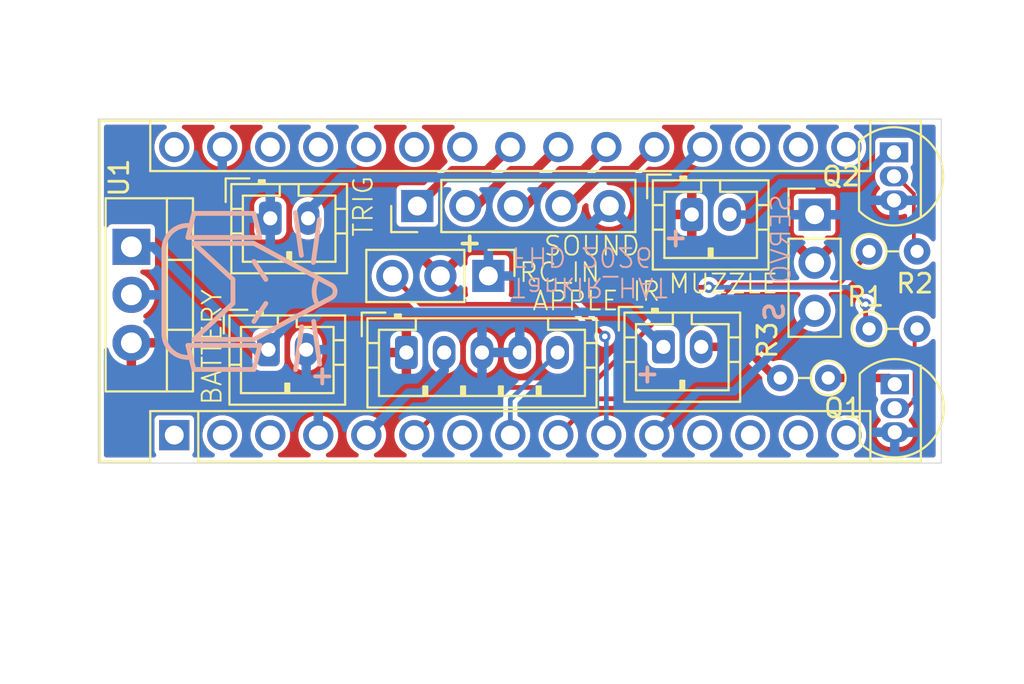
<source format=kicad_pcb>
(kicad_pcb (version 20241229) (generator "pcbnew") (generator_version "9.0")
  (layers (0 "F.Cu" signal) (2 "B.Cu" signal) (13 "F.Paste" user) (15 "B.Paste" user) (5 "F.SilkS" user "F.Silkscreen") (7 "B.SilkS" user "B.Silkscreen") (1 "F.Mask" user) (3 "B.Mask" user) (25 "Edge.Cuts" user))
  (net 0 "")
  (net 18 "Net-(J7-Pin_2)")
  (net 19 "+BATT")
  (net 20 "5V")
  (net 21 "Net-(J8-Pin_2)")
  (net 22 "GND")
  (net 23 "Net-(Q1-B)")
  (net 24 "Net-(Q1-C)")
  (net 25 "Net-(Q2-B)")
  (net 26 "/IR OUT")
  (net 27 "/MUZZLE")
  (net 28 "/Trigger")
  (net 29 "/Recoil_OUT")
  (net 30 "/RC_IN")
  (net 31 "/HIT")
  (net 32 "/IR_IN")
  (net 33 "/SOUND_REP")
  (net 34 "/SOUND_DES")
  (net 35 "/SOUND_FIRE")
  (net 36 "/SOUND_HIT")
  (footprint "Connector_JST:JST_PH_B2B-PH-K_1x02_P2.00mm_Vertical" (layer "F.Cu") (at 86.6 62.05)
    (property "Reference" "J2" (hide yes))
    (property "Value" "TRIGGER")
    (fp_line (start -2.36 -2.11) (end -2.36 -0.86) (stroke (width 0.12)) (layer "F.SilkS"))
    (fp_line (start -2.06 -1.81) (end -2.06 2.91) (stroke (width 0.12)) (layer "F.SilkS"))
    (fp_line (start -2.06 -0.5) (end -1.45 -0.5) (stroke (width 0.12)) (layer "F.SilkS"))
    (fp_line (start -2.06 0.8) (end -1.45 0.8) (stroke (width 0.12)) (layer "F.SilkS"))
    (fp_line (start -2.06 2.91) (end 4.06 2.91) (stroke (width 0.12)) (layer "F.SilkS"))
    (fp_line (start -1.45 -1.2) (end -1.45 2.3) (stroke (width 0.12)) (layer "F.SilkS"))
    (fp_line (start -1.45 2.3) (end 3.45 2.3) (stroke (width 0.12)) (layer "F.SilkS"))
    (fp_line (start -1.11 -2.11) (end -2.36 -2.11) (stroke (width 0.12)) (layer "F.SilkS"))
    (fp_line (start -0.6 -2.01) (end -0.6 -1.81) (stroke (width 0.12)) (layer "F.SilkS"))
    (fp_line (start -0.3 -2.01) (end -0.6 -2.01) (stroke (width 0.12)) (layer "F.SilkS"))
    (fp_line (start -0.3 -1.91) (end -0.6 -1.91) (stroke (width 0.12)) (layer "F.SilkS"))
    (fp_line (start -0.3 -1.81) (end -0.3 -2.01) (stroke (width 0.12)) (layer "F.SilkS"))
    (fp_line (start 0.5 -1.81) (end 0.5 -1.2) (stroke (width 0.12)) (layer "F.SilkS"))
    (fp_line (start 0.5 -1.2) (end -1.45 -1.2) (stroke (width 0.12)) (layer "F.SilkS"))
    (fp_line (start 0.9 1.8) (end 1.1 1.8) (stroke (width 0.12)) (layer "F.SilkS"))
    (fp_line (start 0.9 2.3) (end 0.9 1.8) (stroke (width 0.12)) (layer "F.SilkS"))
    (fp_line (start 1 2.3) (end 1 1.8) (stroke (width 0.12)) (layer "F.SilkS"))
    (fp_line (start 1.1 1.8) (end 1.1 2.3) (stroke (width 0.12)) (layer "F.SilkS"))
    (fp_line (start 1.5 -1.2) (end 1.5 -1.81) (stroke (width 0.12)) (layer "F.SilkS"))
    (fp_line (start 3.45 -1.2) (end 1.5 -1.2) (stroke (width 0.12)) (layer "F.SilkS"))
    (fp_line (start 3.45 2.3) (end 3.45 -1.2) (stroke (width 0.12)) (layer "F.SilkS"))
    (fp_line (start 4.06 -1.81) (end -2.06 -1.81) (stroke (width 0.12)) (layer "F.SilkS"))
    (fp_line (start 4.06 -0.5) (end 3.45 -0.5) (stroke (width 0.12)) (layer "F.SilkS"))
    (fp_line (start 4.06 0.8) (end 3.45 0.8) (stroke (width 0.12)) (layer "F.SilkS"))
    (fp_line (start 4.06 2.91) (end 4.06 -1.81) (stroke (width 0.12)) (layer "F.SilkS"))
    (pad "1" thru_hole roundrect (at 0 0) (size 1.2 1.75) (drill 0.75) (layers "*.Cu" "*.Mask") (roundrect_rratio 0.208333) (net 22 "GND"))
    (pad "2" thru_hole oval (at 2 0) (size 1.2 1.75) (drill 0.75) (layers "*.Cu" "*.Mask") (net 28 "/Trigger"))
  )
  (footprint "Module:Arduino_Nano" (layer "F.Cu") (at 81.52 73.52 90)
    (property "Reference" "A1" (hide yes))
    (property "Value" "Arduino_Nano_v3.x")
    (fp_line (start 16.64 -3.94) (end -1.4 -3.94) (stroke (width 0.12)) (layer "F.SilkS"))
    (fp_line (start -1.4 -3.94) (end -1.4 -1.27) (stroke (width 0.12)) (layer "F.SilkS"))
    (fp_line (start 13.97 -1.27) (end 16.64 -1.27) (stroke (width 0.12)) (layer "F.SilkS"))
    (fp_line (start 13.97 -1.27) (end 13.97 36.83) (stroke (width 0.12)) (layer "F.SilkS"))
    (fp_line (start 1.27 -1.27) (end -1.4 -1.27) (stroke (width 0.12)) (layer "F.SilkS"))
    (fp_line (start 1.27 1.27) (end 1.27 -1.27) (stroke (width 0.12)) (layer "F.SilkS"))
    (fp_line (start 1.27 1.27) (end -1.4 1.27) (stroke (width 0.12)) (layer "F.SilkS"))
    (fp_line (start 1.27 1.27) (end 1.27 36.83) (stroke (width 0.12)) (layer "F.SilkS"))
    (fp_line (start -1.4 1.27) (end -1.4 39.5) (stroke (width 0.12)) (layer "F.SilkS"))
    (fp_line (start 13.97 36.83) (end 16.64 36.83) (stroke (width 0.12)) (layer "F.SilkS"))
    (fp_line (start 1.27 36.83) (end -1.4 36.83) (stroke (width 0.12)) (layer "F.SilkS"))
    (fp_line (start 16.64 39.5) (end 16.64 -3.94) (stroke (width 0.12)) (layer "F.SilkS"))
    (fp_line (start 16.64 39.5) (end 11.56 39.5) (stroke (width 0.12)) (layer "F.SilkS"))
    (fp_line (start -1.4 39.5) (end 3.68 39.5) (stroke (width 0.12)) (layer "F.SilkS"))
    (pad "1" thru_hole rect (at 0 0 90) (size 1.6 1.6) (drill 1) (layers "*.Cu" "*.Mask"))
    (pad "2" thru_hole oval (at 0 2.54 90) (size 1.6 1.6) (drill 1) (layers "*.Cu" "*.Mask"))
    (pad "3" thru_hole oval (at 0 5.08 90) (size 1.6 1.6) (drill 1) (layers "*.Cu" "*.Mask"))
    (pad "4" thru_hole oval (at 0 7.62 90) (size 1.6 1.6) (drill 1) (layers "*.Cu" "*.Mask") (net 22 "GND"))
    (pad "5" thru_hole oval (at 0 10.16 90) (size 1.6 1.6) (drill 1) (layers "*.Cu" "*.Mask") (net 32 "/IR_IN"))
    (pad "6" thru_hole oval (at 0 12.7 90) (size 1.6 1.6) (drill 1) (layers "*.Cu" "*.Mask") (net 26 "/IR OUT"))
    (pad "7" thru_hole oval (at 0 15.24 90) (size 1.6 1.6) (drill 1) (layers "*.Cu" "*.Mask"))
    (pad "8" thru_hole oval (at 0 17.78 90) (size 1.6 1.6) (drill 1) (layers "*.Cu" "*.Mask") (net 31 "/HIT"))
    (pad "9" thru_hole oval (at 0 20.32 90) (size 1.6 1.6) (drill 1) (layers "*.Cu" "*.Mask") (net 27 "/MUZZLE"))
    (pad "10" thru_hole oval (at 0 22.86 90) (size 1.6 1.6) (drill 1) (layers "*.Cu" "*.Mask") (net 30 "/RC_IN"))
    (pad "11" thru_hole oval (at 0 25.4 90) (size 1.6 1.6) (drill 1) (layers "*.Cu" "*.Mask") (net 29 "/Recoil_OUT"))
    (pad "12" thru_hole oval (at 0 27.94 90) (size 1.6 1.6) (drill 1) (layers "*.Cu" "*.Mask"))
    (pad "13" thru_hole oval (at 0 30.48 90) (size 1.6 1.6) (drill 1) (layers "*.Cu" "*.Mask"))
    (pad "14" thru_hole oval (at 0 33.02 90) (size 1.6 1.6) (drill 1) (layers "*.Cu" "*.Mask"))
    (pad "15" thru_hole oval (at 0 35.56 90) (size 1.6 1.6) (drill 1) (layers "*.Cu" "*.Mask"))
    (pad "16" thru_hole oval (at 15.24 35.56 90) (size 1.6 1.6) (drill 1) (layers "*.Cu" "*.Mask"))
    (pad "17" thru_hole oval (at 15.24 33.02 90) (size 1.6 1.6) (drill 1) (layers "*.Cu" "*.Mask"))
    (pad "18" thru_hole oval (at 15.24 30.48 90) (size 1.6 1.6) (drill 1) (layers "*.Cu" "*.Mask"))
    (pad "19" thru_hole oval (at 15.24 27.94 90) (size 1.6 1.6) (drill 1) (layers "*.Cu" "*.Mask") (net 28 "/Trigger"))
    (pad "20" thru_hole oval (at 15.24 25.4 90) (size 1.6 1.6) (drill 1) (layers "*.Cu" "*.Mask") (net 35 "/SOUND_FIRE"))
    (pad "21" thru_hole oval (at 15.24 22.86 90) (size 1.6 1.6) (drill 1) (layers "*.Cu" "*.Mask") (net 36 "/SOUND_HIT"))
    (pad "22" thru_hole oval (at 15.24 20.32 90) (size 1.6 1.6) (drill 1) (layers "*.Cu" "*.Mask") (net 34 "/SOUND_DES"))
    (pad "23" thru_hole oval (at 15.24 17.78 90) (size 1.6 1.6) (drill 1) (layers "*.Cu" "*.Mask") (net 33 "/SOUND_REP"))
    (pad "24" thru_hole oval (at 15.24 15.24 90) (size 1.6 1.6) (drill 1) (layers "*.Cu" "*.Mask"))
    (pad "25" thru_hole oval (at 15.24 12.7 90) (size 1.6 1.6) (drill 1) (layers "*.Cu" "*.Mask"))
    (pad "26" thru_hole oval (at 15.24 10.16 90) (size 1.6 1.6) (drill 1) (layers "*.Cu" "*.Mask"))
    (pad "27" thru_hole oval (at 15.24 7.62 90) (size 1.6 1.6) (drill 1) (layers "*.Cu" "*.Mask"))
    (pad "28" thru_hole oval (at 15.24 5.08 90) (size 1.6 1.6) (drill 1) (layers "*.Cu" "*.Mask"))
    (pad "29" thru_hole oval (at 15.24 2.54 90) (size 1.6 1.6) (drill 1) (layers "*.Cu" "*.Mask") (net 22 "GND"))
    (pad "30" thru_hole oval (at 15.24 0 90) (size 1.6 1.6) (drill 1) (layers "*.Cu" "*.Mask"))
  )
  (footprint "Resistor_THT:R_Axial_DIN0204_L3.6mm_D1.6mm_P2.54mm_Vertical" (layer "F.Cu") (at 118.28 67.9)
    (property "Reference" "R1" (at -0.18 -1.7 0) (layer "F.SilkS"))
    (property "Value" "R")
    (fp_line (start 0.92 0) (end 1.54 0) (stroke (width 0.12)) (layer "F.SilkS"))
    (fp_circle (center 0 0) (end 0.92 0) (stroke (width 0.12)) (fill no) (layer "F.SilkS"))
    (pad "1" thru_hole circle (at 0 0) (size 1.4 1.4) (drill 0.7) (layers "*.Cu" "*.Mask") (net 26 "/IR OUT"))
    (pad "2" thru_hole circle (at 2.54 0) (size 1.4 1.4) (drill 0.7) (layers "*.Cu" "*.Mask") (net 23 "Net-(Q1-B)"))
  )
  (footprint "Package_TO_SOT_THT:TO-92_Inline" (layer "F.Cu") (at 119.6 58.56 -90)
    (property "Reference" "Q2" (at 1.27 2.8 180) (layer "F.SilkS"))
    (property "Value" "BC337")
    (fp_line (start -0.53 1.85) (end 3.07 1.85) (stroke (width 0.12)) (layer "F.SilkS"))
    (fp_arc (start -0.568478 1.838478) (mid -1.132087 -0.994977) (end 1.27 -2.6) (stroke (width 0.12)) (layer "F.SilkS"))
    (fp_arc (start 1.27 -2.6) (mid 3.672087 -0.994977) (end 3.108478 1.838478) (stroke (width 0.12)) (layer "F.SilkS"))
    (pad "1" thru_hole rect (at 0 0 270) (size 1.05 1.5) (drill 0.75) (layers "*.Cu" "*.Mask") (net 21 "Net-(J8-Pin_2)"))
    (pad "2" thru_hole oval (at 1.27 0 270) (size 1.05 1.5) (drill 0.75) (layers "*.Cu" "*.Mask") (net 25 "Net-(Q2-B)"))
    (pad "3" thru_hole oval (at 2.54 0 270) (size 1.05 1.5) (drill 0.75) (layers "*.Cu" "*.Mask") (net 22 "GND"))
  )
  (footprint "Resistor_THT:R_Axial_DIN0204_L3.6mm_D1.6mm_P2.54mm_Vertical" (layer "F.Cu") (at 118.28 63.8)
    (property "Reference" "R2" (at 2.42 1.7 0) (layer "F.SilkS"))
    (property "Value" "R")
    (fp_line (start 0.92 0) (end 1.54 0) (stroke (width 0.12)) (layer "F.SilkS"))
    (fp_circle (center 0 0) (end 0.92 0) (stroke (width 0.12)) (fill no) (layer "F.SilkS"))
    (pad "1" thru_hole circle (at 0 0) (size 1.4 1.4) (drill 0.7) (layers "*.Cu" "*.Mask") (net 27 "/MUZZLE"))
    (pad "2" thru_hole circle (at 2.54 0) (size 1.4 1.4) (drill 0.7) (layers "*.Cu" "*.Mask") (net 25 "Net-(Q2-B)"))
  )
  (footprint "Connector_PinHeader_2.54mm:PinHeader_1x05_P2.54mm_Vertical" (layer "F.Cu") (at 94.38 61.4 90)
    (property "Reference" "J6" (hide yes))
    (property "Value" "SOUND")
    (fp_line (start -1.38 -1.38) (end 0 -1.38) (stroke (width 0.12)) (layer "F.SilkS"))
    (fp_line (start -1.38 0) (end -1.38 -1.38) (stroke (width 0.12)) (layer "F.SilkS"))
    (fp_line (start 1.38 1.27) (end 1.38 11.54) (stroke (width 0.12)) (layer "F.SilkS"))
    (fp_line (start -1.38 1.27) (end 1.38 1.27) (stroke (width 0.12)) (layer "F.SilkS"))
    (fp_line (start -1.38 1.27) (end -1.38 11.54) (stroke (width 0.12)) (layer "F.SilkS"))
    (fp_line (start -1.38 11.54) (end 1.38 11.54) (stroke (width 0.12)) (layer "F.SilkS"))
    (pad "1" thru_hole rect (at 0 0 90) (size 1.7 1.7) (drill 1) (layers "*.Cu" "*.Mask") (net 33 "/SOUND_REP"))
    (pad "2" thru_hole circle (at 0 2.54 90) (size 1.7 1.7) (drill 1) (layers "*.Cu" "*.Mask") (net 34 "/SOUND_DES"))
    (pad "3" thru_hole circle (at 0 5.08 90) (size 1.7 1.7) (drill 1) (layers "*.Cu" "*.Mask") (net 36 "/SOUND_HIT"))
    (pad "4" thru_hole circle (at 0 7.62 90) (size 1.7 1.7) (drill 1) (layers "*.Cu" "*.Mask") (net 35 "/SOUND_FIRE"))
    (pad "5" thru_hole circle (at 0 10.16 90) (size 1.7 1.7) (drill 1) (layers "*.Cu" "*.Mask") (net 22 "GND"))
  )
  (footprint "Resistor_THT:R_Axial_DIN0204_L3.6mm_D1.6mm_P2.54mm_Vertical" (layer "F.Cu") (at 116.12 70.5 180)
    (property "Reference" "R3" (at 3.22 2 270) (layer "F.SilkS"))
    (property "Value" "R")
    (fp_line (start 0.92 0) (end 1.54 0) (stroke (width 0.12)) (layer "F.SilkS"))
    (fp_circle (center 0 0) (end 0.92 0) (stroke (width 0.12)) (fill no) (layer "F.SilkS"))
    (pad "1" thru_hole circle (at 0 0 180) (size 1.4 1.4) (drill 0.7) (layers "*.Cu" "*.Mask") (net 24 "Net-(Q1-C)"))
    (pad "2" thru_hole circle (at 2.54 0 180) (size 1.4 1.4) (drill 0.7) (layers "*.Cu" "*.Mask") (net 18 "Net-(J7-Pin_2)"))
  )
  (footprint "Connector_JST:JST_PH_B2B-PH-K_1x02_P2.00mm_Vertical" (layer "F.Cu") (at 107.4 68.85)
    (property "Reference" "J7" (hide yes))
    (property "Value" "IR_OUT")
    (fp_line (start -2.36 -2.11) (end -2.36 -0.86) (stroke (width 0.12)) (layer "F.SilkS"))
    (fp_line (start -2.06 -1.81) (end -2.06 2.91) (stroke (width 0.12)) (layer "F.SilkS"))
    (fp_line (start -2.06 -0.5) (end -1.45 -0.5) (stroke (width 0.12)) (layer "F.SilkS"))
    (fp_line (start -2.06 0.8) (end -1.45 0.8) (stroke (width 0.12)) (layer "F.SilkS"))
    (fp_line (start -2.06 2.91) (end 4.06 2.91) (stroke (width 0.12)) (layer "F.SilkS"))
    (fp_line (start -1.45 -1.2) (end -1.45 2.3) (stroke (width 0.12)) (layer "F.SilkS"))
    (fp_line (start -1.45 2.3) (end 3.45 2.3) (stroke (width 0.12)) (layer "F.SilkS"))
    (fp_line (start -1.11 -2.11) (end -2.36 -2.11) (stroke (width 0.12)) (layer "F.SilkS"))
    (fp_line (start -0.6 -2.01) (end -0.6 -1.81) (stroke (width 0.12)) (layer "F.SilkS"))
    (fp_line (start -0.3 -2.01) (end -0.6 -2.01) (stroke (width 0.12)) (layer "F.SilkS"))
    (fp_line (start -0.3 -1.91) (end -0.6 -1.91) (stroke (width 0.12)) (layer "F.SilkS"))
    (fp_line (start -0.3 -1.81) (end -0.3 -2.01) (stroke (width 0.12)) (layer "F.SilkS"))
    (fp_line (start 0.5 -1.81) (end 0.5 -1.2) (stroke (width 0.12)) (layer "F.SilkS"))
    (fp_line (start 0.5 -1.2) (end -1.45 -1.2) (stroke (width 0.12)) (layer "F.SilkS"))
    (fp_line (start 0.9 1.8) (end 1.1 1.8) (stroke (width 0.12)) (layer "F.SilkS"))
    (fp_line (start 0.9 2.3) (end 0.9 1.8) (stroke (width 0.12)) (layer "F.SilkS"))
    (fp_line (start 1 2.3) (end 1 1.8) (stroke (width 0.12)) (layer "F.SilkS"))
    (fp_line (start 1.1 1.8) (end 1.1 2.3) (stroke (width 0.12)) (layer "F.SilkS"))
    (fp_line (start 1.5 -1.2) (end 1.5 -1.81) (stroke (width 0.12)) (layer "F.SilkS"))
    (fp_line (start 3.45 -1.2) (end 1.5 -1.2) (stroke (width 0.12)) (layer "F.SilkS"))
    (fp_line (start 3.45 2.3) (end 3.45 -1.2) (stroke (width 0.12)) (layer "F.SilkS"))
    (fp_line (start 4.06 -1.81) (end -2.06 -1.81) (stroke (width 0.12)) (layer "F.SilkS"))
    (fp_line (start 4.06 -0.5) (end 3.45 -0.5) (stroke (width 0.12)) (layer "F.SilkS"))
    (fp_line (start 4.06 0.8) (end 3.45 0.8) (stroke (width 0.12)) (layer "F.SilkS"))
    (fp_line (start 4.06 2.91) (end 4.06 -1.81) (stroke (width 0.12)) (layer "F.SilkS"))
    (pad "1" thru_hole roundrect (at 0 0) (size 1.2 1.75) (drill 0.75) (layers "*.Cu" "*.Mask") (roundrect_rratio 0.208333) (net 19 "+BATT"))
    (pad "2" thru_hole oval (at 2 0) (size 1.2 1.75) (drill 0.75) (layers "*.Cu" "*.Mask") (net 18 "Net-(J7-Pin_2)"))
  )
  (footprint "Connector_JST:JST_PH_B2B-PH-K_1x02_P2.00mm_Vertical" (layer "F.Cu") (at 86.5 69)
    (property "Reference" "J1" (hide yes))
    (property "Value" "VBATT")
    (fp_line (start -2.36 -2.11) (end -2.36 -0.86) (stroke (width 0.12)) (layer "F.SilkS"))
    (fp_line (start -2.06 -1.81) (end -2.06 2.91) (stroke (width 0.12)) (layer "F.SilkS"))
    (fp_line (start -2.06 -0.5) (end -1.45 -0.5) (stroke (width 0.12)) (layer "F.SilkS"))
    (fp_line (start -2.06 0.8) (end -1.45 0.8) (stroke (width 0.12)) (layer "F.SilkS"))
    (fp_line (start -2.06 2.91) (end 4.06 2.91) (stroke (width 0.12)) (layer "F.SilkS"))
    (fp_line (start -1.45 -1.2) (end -1.45 2.3) (stroke (width 0.12)) (layer "F.SilkS"))
    (fp_line (start -1.45 2.3) (end 3.45 2.3) (stroke (width 0.12)) (layer "F.SilkS"))
    (fp_line (start -1.11 -2.11) (end -2.36 -2.11) (stroke (width 0.12)) (layer "F.SilkS"))
    (fp_line (start -0.6 -2.01) (end -0.6 -1.81) (stroke (width 0.12)) (layer "F.SilkS"))
    (fp_line (start -0.3 -2.01) (end -0.6 -2.01) (stroke (width 0.12)) (layer "F.SilkS"))
    (fp_line (start -0.3 -1.91) (end -0.6 -1.91) (stroke (width 0.12)) (layer "F.SilkS"))
    (fp_line (start -0.3 -1.81) (end -0.3 -2.01) (stroke (width 0.12)) (layer "F.SilkS"))
    (fp_line (start 0.5 -1.81) (end 0.5 -1.2) (stroke (width 0.12)) (layer "F.SilkS"))
    (fp_line (start 0.5 -1.2) (end -1.45 -1.2) (stroke (width 0.12)) (layer "F.SilkS"))
    (fp_line (start 0.9 1.8) (end 1.1 1.8) (stroke (width 0.12)) (layer "F.SilkS"))
    (fp_line (start 0.9 2.3) (end 0.9 1.8) (stroke (width 0.12)) (layer "F.SilkS"))
    (fp_line (start 1 2.3) (end 1 1.8) (stroke (width 0.12)) (layer "F.SilkS"))
    (fp_line (start 1.1 1.8) (end 1.1 2.3) (stroke (width 0.12)) (layer "F.SilkS"))
    (fp_line (start 1.5 -1.2) (end 1.5 -1.81) (stroke (width 0.12)) (layer "F.SilkS"))
    (fp_line (start 3.45 -1.2) (end 1.5 -1.2) (stroke (width 0.12)) (layer "F.SilkS"))
    (fp_line (start 3.45 2.3) (end 3.45 -1.2) (stroke (width 0.12)) (layer "F.SilkS"))
    (fp_line (start 4.06 -1.81) (end -2.06 -1.81) (stroke (width 0.12)) (layer "F.SilkS"))
    (fp_line (start 4.06 -0.5) (end 3.45 -0.5) (stroke (width 0.12)) (layer "F.SilkS"))
    (fp_line (start 4.06 0.8) (end 3.45 0.8) (stroke (width 0.12)) (layer "F.SilkS"))
    (fp_line (start 4.06 2.91) (end 4.06 -1.81) (stroke (width 0.12)) (layer "F.SilkS"))
    (pad "1" thru_hole roundrect (at 0 0) (size 1.2 1.75) (drill 0.75) (layers "*.Cu" "*.Mask") (roundrect_rratio 0.208333) (net 19 "+BATT"))
    (pad "2" thru_hole oval (at 2 0) (size 1.2 1.75) (drill 0.75) (layers "*.Cu" "*.Mask") (net 22 "GND"))
  )
  (footprint "Connector_JST:JST_PH_B5B-PH-K_1x05_P2.00mm_Vertical" (layer "F.Cu") (at 93.8 69.15)
    (property "Reference" "J5" (hide yes))
    (property "Value" "APPLE")
    (fp_line (start -2.36 -2.11) (end -2.36 -0.86) (stroke (width 0.12)) (layer "F.SilkS"))
    (fp_line (start -2.06 -1.81) (end -2.06 2.91) (stroke (width 0.12)) (layer "F.SilkS"))
    (fp_line (start -2.06 -0.5) (end -1.45 -0.5) (stroke (width 0.12)) (layer "F.SilkS"))
    (fp_line (start -2.06 0.8) (end -1.45 0.8) (stroke (width 0.12)) (layer "F.SilkS"))
    (fp_line (start -2.06 2.91) (end 10.06 2.91) (stroke (width 0.12)) (layer "F.SilkS"))
    (fp_line (start -1.45 -1.2) (end -1.45 2.3) (stroke (width 0.12)) (layer "F.SilkS"))
    (fp_line (start -1.45 2.3) (end 9.45 2.3) (stroke (width 0.12)) (layer "F.SilkS"))
    (fp_line (start -1.11 -2.11) (end -2.36 -2.11) (stroke (width 0.12)) (layer "F.SilkS"))
    (fp_line (start -0.6 -2.01) (end -0.6 -1.81) (stroke (width 0.12)) (layer "F.SilkS"))
    (fp_line (start -0.3 -2.01) (end -0.6 -2.01) (stroke (width 0.12)) (layer "F.SilkS"))
    (fp_line (start -0.3 -1.91) (end -0.6 -1.91) (stroke (width 0.12)) (layer "F.SilkS"))
    (fp_line (start -0.3 -1.81) (end -0.3 -2.01) (stroke (width 0.12)) (layer "F.SilkS"))
    (fp_line (start 0.5 -1.81) (end 0.5 -1.2) (stroke (width 0.12)) (layer "F.SilkS"))
    (fp_line (start 0.5 -1.2) (end -1.45 -1.2) (stroke (width 0.12)) (layer "F.SilkS"))
    (fp_line (start 0.9 1.8) (end 1.1 1.8) (stroke (width 0.12)) (layer "F.SilkS"))
    (fp_line (start 0.9 2.3) (end 0.9 1.8) (stroke (width 0.12)) (layer "F.SilkS"))
    (fp_line (start 1 2.3) (end 1 1.8) (stroke (width 0.12)) (layer "F.SilkS"))
    (fp_line (start 1.1 1.8) (end 1.1 2.3) (stroke (width 0.12)) (layer "F.SilkS"))
    (fp_line (start 2.9 1.8) (end 3.1 1.8) (stroke (width 0.12)) (layer "F.SilkS"))
    (fp_line (start 2.9 2.3) (end 2.9 1.8) (stroke (width 0.12)) (layer "F.SilkS"))
    (fp_line (start 3 2.3) (end 3 1.8) (stroke (width 0.12)) (layer "F.SilkS"))
    (fp_line (start 3.1 1.8) (end 3.1 2.3) (stroke (width 0.12)) (layer "F.SilkS"))
    (fp_line (start 4.9 1.8) (end 5.1 1.8) (stroke (width 0.12)) (layer "F.SilkS"))
    (fp_line (start 4.9 2.3) (end 4.9 1.8) (stroke (width 0.12)) (layer "F.SilkS"))
    (fp_line (start 5 2.3) (end 5 1.8) (stroke (width 0.12)) (layer "F.SilkS"))
    (fp_line (start 5.1 1.8) (end 5.1 2.3) (stroke (width 0.12)) (layer "F.SilkS"))
    (fp_line (start 6.9 1.8) (end 7.1 1.8) (stroke (width 0.12)) (layer "F.SilkS"))
    (fp_line (start 6.9 2.3) (end 6.9 1.8) (stroke (width 0.12)) (layer "F.SilkS"))
    (fp_line (start 7 2.3) (end 7 1.8) (stroke (width 0.12)) (layer "F.SilkS"))
    (fp_line (start 7.1 1.8) (end 7.1 2.3) (stroke (width 0.12)) (layer "F.SilkS"))
    (fp_line (start 7.5 -1.2) (end 7.5 -1.81) (stroke (width 0.12)) (layer "F.SilkS"))
    (fp_line (start 9.45 -1.2) (end 7.5 -1.2) (stroke (width 0.12)) (layer "F.SilkS"))
    (fp_line (start 9.45 2.3) (end 9.45 -1.2) (stroke (width 0.12)) (layer "F.SilkS"))
    (fp_line (start 10.06 -1.81) (end -2.06 -1.81) (stroke (width 0.12)) (layer "F.SilkS"))
    (fp_line (start 10.06 -0.5) (end 9.45 -0.5) (stroke (width 0.12)) (layer "F.SilkS"))
    (fp_line (start 10.06 0.8) (end 9.45 0.8) (stroke (width 0.12)) (layer "F.SilkS"))
    (fp_line (start 10.06 2.91) (end 10.06 -1.81) (stroke (width 0.12)) (layer "F.SilkS"))
    (pad "1" thru_hole roundrect (at 0 0) (size 1.2 1.75) (drill 0.75) (layers "*.Cu" "*.Mask") (roundrect_rratio 0.208333) (net 20 "5V"))
    (pad "2" thru_hole oval (at 2 0) (size 1.2 1.75) (drill 0.75) (layers "*.Cu" "*.Mask") (net 32 "/IR_IN"))
    (pad "3" thru_hole oval (at 4 0) (size 1.2 1.75) (drill 0.75) (layers "*.Cu" "*.Mask") (net 22 "GND"))
    (pad "4" thru_hole oval (at 6 0) (size 1.2 1.75) (drill 0.75) (layers "*.Cu" "*.Mask") (net 22 "GND"))
    (pad "5" thru_hole oval (at 8 0) (size 1.2 1.75) (drill 0.75) (layers "*.Cu" "*.Mask") (net 31 "/HIT"))
  )
  (footprint "Connector_JST:JST_PH_B2B-PH-K_1x02_P2.00mm_Vertical" (layer "F.Cu") (at 108.9 61.85)
    (property "Reference" "J8" (hide yes))
    (property "Value" "MUZZLE")
    (fp_line (start -2.36 -2.11) (end -2.36 -0.86) (stroke (width 0.12)) (layer "F.SilkS"))
    (fp_line (start -2.06 -1.81) (end -2.06 2.91) (stroke (width 0.12)) (layer "F.SilkS"))
    (fp_line (start -2.06 -0.5) (end -1.45 -0.5) (stroke (width 0.12)) (layer "F.SilkS"))
    (fp_line (start -2.06 0.8) (end -1.45 0.8) (stroke (width 0.12)) (layer "F.SilkS"))
    (fp_line (start -2.06 2.91) (end 4.06 2.91) (stroke (width 0.12)) (layer "F.SilkS"))
    (fp_line (start -1.45 -1.2) (end -1.45 2.3) (stroke (width 0.12)) (layer "F.SilkS"))
    (fp_line (start -1.45 2.3) (end 3.45 2.3) (stroke (width 0.12)) (layer "F.SilkS"))
    (fp_line (start -1.11 -2.11) (end -2.36 -2.11) (stroke (width 0.12)) (layer "F.SilkS"))
    (fp_line (start -0.6 -2.01) (end -0.6 -1.81) (stroke (width 0.12)) (layer "F.SilkS"))
    (fp_line (start -0.3 -2.01) (end -0.6 -2.01) (stroke (width 0.12)) (layer "F.SilkS"))
    (fp_line (start -0.3 -1.91) (end -0.6 -1.91) (stroke (width 0.12)) (layer "F.SilkS"))
    (fp_line (start -0.3 -1.81) (end -0.3 -2.01) (stroke (width 0.12)) (layer "F.SilkS"))
    (fp_line (start 0.5 -1.81) (end 0.5 -1.2) (stroke (width 0.12)) (layer "F.SilkS"))
    (fp_line (start 0.5 -1.2) (end -1.45 -1.2) (stroke (width 0.12)) (layer "F.SilkS"))
    (fp_line (start 0.9 1.8) (end 1.1 1.8) (stroke (width 0.12)) (layer "F.SilkS"))
    (fp_line (start 0.9 2.3) (end 0.9 1.8) (stroke (width 0.12)) (layer "F.SilkS"))
    (fp_line (start 1 2.3) (end 1 1.8) (stroke (width 0.12)) (layer "F.SilkS"))
    (fp_line (start 1.1 1.8) (end 1.1 2.3) (stroke (width 0.12)) (layer "F.SilkS"))
    (fp_line (start 1.5 -1.2) (end 1.5 -1.81) (stroke (width 0.12)) (layer "F.SilkS"))
    (fp_line (start 3.45 -1.2) (end 1.5 -1.2) (stroke (width 0.12)) (layer "F.SilkS"))
    (fp_line (start 3.45 2.3) (end 3.45 -1.2) (stroke (width 0.12)) (layer "F.SilkS"))
    (fp_line (start 4.06 -1.81) (end -2.06 -1.81) (stroke (width 0.12)) (layer "F.SilkS"))
    (fp_line (start 4.06 -0.5) (end 3.45 -0.5) (stroke (width 0.12)) (layer "F.SilkS"))
    (fp_line (start 4.06 0.8) (end 3.45 0.8) (stroke (width 0.12)) (layer "F.SilkS"))
    (fp_line (start 4.06 2.91) (end 4.06 -1.81) (stroke (width 0.12)) (layer "F.SilkS"))
    (pad "1" thru_hole roundrect (at 0 0) (size 1.2 1.75) (drill 0.75) (layers "*.Cu" "*.Mask") (roundrect_rratio 0.208333) (net 20 "5V"))
    (pad "2" thru_hole oval (at 2 0) (size 1.2 1.75) (drill 0.75) (layers "*.Cu" "*.Mask") (net 21 "Net-(J8-Pin_2)"))
  )
  (footprint "Package_TO_SOT_THT:TO-92_Inline" (layer "F.Cu") (at 119.64 70.83 -90)
    (property "Reference" "Q1" (at 1.27 2.74 180) (layer "F.SilkS"))
    (property "Value" "BC337")
    (fp_line (start -0.53 1.85) (end 3.07 1.85) (stroke (width 0.12)) (layer "F.SilkS"))
    (fp_arc (start -0.568478 1.838478) (mid -1.132087 -0.994977) (end 1.27 -2.6) (stroke (width 0.12)) (layer "F.SilkS"))
    (fp_arc (start 1.27 -2.6) (mid 3.672087 -0.994977) (end 3.108478 1.838478) (stroke (width 0.12)) (layer "F.SilkS"))
    (pad "1" thru_hole rect (at 0 0 270) (size 1.05 1.5) (drill 0.75) (layers "*.Cu" "*.Mask") (net 24 "Net-(Q1-C)"))
    (pad "2" thru_hole oval (at 1.27 0 270) (size 1.05 1.5) (drill 0.75) (layers "*.Cu" "*.Mask") (net 23 "Net-(Q1-B)"))
    (pad "3" thru_hole oval (at 2.54 0 270) (size 1.05 1.5) (drill 0.75) (layers "*.Cu" "*.Mask") (net 22 "GND"))
  )
  (footprint "Connector_PinHeader_2.54mm:PinHeader_1x03_P2.54mm_Vertical" (layer "F.Cu") (at 115.4 61.86)
    (property "Reference" "J3" (hide yes))
    (property "Value" "SERVO")
    (fp_line (start -1.38 -1.38) (end 0 -1.38) (stroke (width 0.12)) (layer "F.SilkS"))
    (fp_line (start -1.38 0) (end -1.38 -1.38) (stroke (width 0.12)) (layer "F.SilkS"))
    (fp_line (start -1.38 1.27) (end -1.38 6.46) (stroke (width 0.12)) (layer "F.SilkS"))
    (fp_line (start -1.38 1.27) (end 1.38 1.27) (stroke (width 0.12)) (layer "F.SilkS"))
    (fp_line (start -1.38 6.46) (end 1.38 6.46) (stroke (width 0.12)) (layer "F.SilkS"))
    (fp_line (start 1.38 1.27) (end 1.38 6.46) (stroke (width 0.12)) (layer "F.SilkS"))
    (pad "1" thru_hole rect (at 0 0) (size 1.7 1.7) (drill 1) (layers "*.Cu" "*.Mask") (net 22 "GND"))
    (pad "2" thru_hole circle (at 0 2.54) (size 1.7 1.7) (drill 1) (layers "*.Cu" "*.Mask") (net 20 "5V"))
    (pad "3" thru_hole circle (at 0 5.08) (size 1.7 1.7) (drill 1) (layers "*.Cu" "*.Mask") (net 29 "/Recoil_OUT"))
  )
  (footprint "Package_TO_SOT_THT:TO-220-3_Vertical" (layer "F.Cu") (at 79.25 63.56 -90)
    (property "Reference" "U1" (at -3.66 0.65 270) (layer "F.SilkS"))
    (property "Value" "LM7805_TO220")
    (fp_line (start -2.57 1.36) (end -2.57 -3.26) (stroke (width 0.12)) (layer "F.SilkS"))
    (fp_line (start 7.65 1.36) (end -2.57 1.36) (stroke (width 0.12)) (layer "F.SilkS"))
    (fp_line (start -2.57 -1.88) (end 7.65 -1.88) (stroke (width 0.12)) (layer "F.SilkS"))
    (fp_line (start -2.57 -3.26) (end 7.65 -3.26) (stroke (width 0.12)) (layer "F.SilkS"))
    (fp_line (start 0.69 -3.26) (end 0.69 -1.88) (stroke (width 0.12)) (layer "F.SilkS"))
    (fp_line (start 4.39 -3.26) (end 4.39 -1.88) (stroke (width 0.12)) (layer "F.SilkS"))
    (fp_line (start 7.65 -3.26) (end 7.65 1.36) (stroke (width 0.12)) (layer "F.SilkS"))
    (pad "1" thru_hole rect (at 0 0 270) (size 1.905 2) (drill 1.1) (layers "*.Cu" "*.Mask") (net 19 "+BATT"))
    (pad "2" thru_hole oval (at 2.54 0 270) (size 1.905 2) (drill 1.1) (layers "*.Cu" "*.Mask") (net 22 "GND"))
    (pad "3" thru_hole oval (at 5.08 0 270) (size 1.905 2) (drill 1.1) (layers "*.Cu" "*.Mask") (net 20 "5V"))
  )
  (footprint "Connector_PinHeader_2.54mm:PinHeader_1x03_P2.54mm_Vertical" (layer "F.Cu") (at 98.14 65.1 -90)
    (property "Reference" "J4" (hide yes))
    (property "Value" "RC")
    (fp_line (start -1.38 6.46) (end 1.38 6.46) (stroke (width 0.12)) (layer "F.SilkS"))
    (fp_line (start -1.38 1.27) (end -1.38 6.46) (stroke (width 0.12)) (layer "F.SilkS"))
    (fp_line (start -1.38 1.27) (end 1.38 1.27) (stroke (width 0.12)) (layer "F.SilkS"))
    (fp_line (start 1.38 1.27) (end 1.38 6.46) (stroke (width 0.12)) (layer "F.SilkS"))
    (fp_line (start -1.38 0) (end -1.38 -1.38) (stroke (width 0.12)) (layer "F.SilkS"))
    (fp_line (start -1.38 -1.38) (end 0 -1.38) (stroke (width 0.12)) (layer "F.SilkS"))
    (pad "1" thru_hole rect (at 0 0 270) (size 1.7 1.7) (drill 1) (layers "*.Cu" "*.Mask") (net 22 "GND"))
    (pad "2" thru_hole circle (at 0 2.54 270) (size 1.7 1.7) (drill 1) (layers "*.Cu" "*.Mask") (net 20 "5V"))
    (pad "3" thru_hole circle (at 0 5.08 270) (size 1.7 1.7) (drill 1) (layers "*.Cu" "*.Mask") (net 30 "/RC_IN"))
  )
  (footprint "FHD-PASSIVES:LOGO-S" (layer "B.Cu") (at 87.00254 65.91905 -90)
    (property "Reference" "" (at 0 0 90) (layer "B.SilkS") (effects (font (size 1.27 1.27)) (justify mirror)))
    (property "Value" "")
    (fp_line (start -2.2225 6.0325) (end 2.2225 6.0325) (stroke (width 0.254)) (layer "B.SilkS"))
    (fp_line (start -2.8575 4.7625) (end -2.8575 0.9525) (stroke (width 0.254)) (layer "B.SilkS"))
    (fp_line (start 2.8575 4.7625) (end 2.8575 0.9525) (stroke (width 0.254)) (layer "B.SilkS"))
    (fp_line (start -4.1275 4.445) (end -2.8575 4.7625) (stroke (width 0.254)) (layer "B.SilkS"))
    (fp_line (start 2.54 4.445) (end 0.635 2.378075) (stroke (width 0.254)) (layer "B.SilkS"))
    (fp_line (start 4.1275 4.445) (end 2.8575 4.7625) (stroke (width 0.254)) (layer "B.SilkS"))
    (fp_line (start -0.635 2.378075) (end -2.54 4.445) (stroke (width 0.254)) (layer "B.SilkS"))
    (fp_line (start -0.635 2.378075) (end 0.635 2.378075) (stroke (width 0.254)) (layer "B.SilkS"))
    (fp_line (start -4.1275 1.27) (end -4.1275 4.445) (stroke (width 0.254)) (layer "B.SilkS"))
    (fp_line (start -2.54 1.27) (end -2.54 4.445) (stroke (width 0.254)) (layer "B.SilkS"))
    (fp_line (start -2.54 1.27) (end -0.3175 -2.8575) (stroke (width 0.254)) (layer "B.SilkS"))
    (fp_line (start -1.5875 1.27) (end -0.635 0.635) (stroke (width 0.254)) (layer "B.SilkS"))
    (fp_line (start 1.5875 1.27) (end 0.635 0.635) (stroke (width 0.254)) (layer "B.SilkS"))
    (fp_line (start 2.54 1.27) (end 2.54 4.445) (stroke (width 0.254)) (layer "B.SilkS"))
    (fp_line (start 4.1275 1.27) (end 4.1275 4.445) (stroke (width 0.254)) (layer "B.SilkS"))
    (fp_line (start -2.8575 0.9525) (end -4.1275 1.27) (stroke (width 0.254)) (layer "B.SilkS"))
    (fp_line (start 2.8575 0.9525) (end 4.1275 1.27) (stroke (width 0.254)) (layer "B.SilkS"))
    (fp_line (start 4.137025 -0.9398) (end 1.870075 -1.26365) (stroke (width 0.254)) (layer "B.SilkS"))
    (fp_line (start -1.908175 -1.2446) (end -4.175125 -0.92075) (stroke (width 0.254)) (layer "B.SilkS"))
    (fp_line (start 1.5875 -1.8923) (end 3.85445 -2.21615) (stroke (width 0.254)) (layer "B.SilkS"))
    (fp_line (start -3.7973 -2.1971) (end -1.53035 -1.87325) (stroke (width 0.254)) (layer "B.SilkS"))
    (fp_line (start 0.3175 -2.8575) (end 2.54 1.27) (stroke (width 0.254)) (layer "B.SilkS"))
    (fp_arc (start -2.2225 6.0325) (mid -3.120526 5.660526) (end -3.4925 4.7625) (stroke (width 0.254)) (layer "B.SilkS"))
    (fp_arc (start 3.4925 4.7625) (mid 3.120526 5.660526) (end 2.2225 6.0325) (stroke (width 0.254)) (layer "B.SilkS"))
    (fp_arc (start 0.635 -2.066925) (mid 0 -1.917022) (end -0.635 -2.066925) (stroke (width 0.254)) (layer "B.SilkS"))
    (fp_arc (start -0.3175 -2.8575) (mid 0.000001 -3.027421) (end 0.317501 -2.857499) (stroke (width 0.254)) (layer "B.SilkS"))
  )
  (gr_rect (start 77.5 56.8) (end 122.1 75) (stroke (width 0.05)) (fill no) (layer "Edge.Cuts"))
  (gr_text "MUZZLE" (at 107.6 66.1 0) (layer "F.SilkS") (effects (font (size 1 1) (thickness 0.1)) (justify left bottom)))
  (gr_text "RC_IN" (at 99.7 65.5 0) (layer "F.SilkS") (effects (font (size 1 1) (thickness 0.1)) (justify left bottom)))
  (gr_text "BATTERY" (at 84.1 72 90) (layer "F.SilkS") (effects (font (size 1 1) (thickness 0.1)) (justify left bottom)))
  (gr_text "SOUND" (at 101 64.1 0) (layer "F.SilkS") (effects (font (size 1 1) (thickness 0.1)) (justify left bottom)))
  (gr_text "TRIG" (at 92.1 63.1 90) (layer "F.SilkS") (effects (font (size 1 1) (thickness 0.1)) (justify left bottom)))
  (gr_text "+" (at 96.4 63.9 0) (layer "F.SilkS") (effects (font (size 1 1) (thickness 0.2) (bold yes)) (justify left bottom)))
  (gr_text "IR" (at 105.7 66.5 0) (layer "F.SilkS") (effects (font (size 1 1) (thickness 0.1)) (justify left bottom)))
  (gr_text "APPLE" (at 100.4 67 0) (layer "F.SilkS") (effects (font (size 1 1) (thickness 0.1)) (justify left bottom)))
  (gr_text "S" (at 112.6 67.6 270) (layer "B.SilkS") (effects (font (size 1 1) (thickness 0.2) (bold yes)) (justify left bottom mirror)))
  (gr_text "SERVO" (at 114.2 60.7 90) (layer "B.SilkS") (effects (font (size 1 1) (thickness 0.1)) (justify left bottom mirror)))
  (gr_text "+" (at 107.3 62.6 180) (layer "B.SilkS") (effects (font (size 1 1) (thickness 0.2) (bold yes)) (justify left bottom mirror)))
  (gr_text "TankIR_HAT\nFHD 2026" (at 99.3 63.5 180) (layer "B.SilkS") (effects (font (size 1 1) (thickness 0.1)) (justify left bottom mirror)))
  (gr_text "+" (at 105.8 69.8 180) (layer "B.SilkS") (effects (font (size 1 1) (thickness 0.2) (bold yes)) (justify left bottom mirror)))
  (gr_text "+" (at 88.6 69.9 180) (layer "B.SilkS") (effects (font (size 1 1) (thickness 0.2) (bold yes)) (justify left bottom mirror)))
  (segment (start 111.7 68.85) (end 109.4 68.85) (width 0.45) (layer "F.Cu") (net 18))
  (segment (start 113.35 70.5) (end 111.7 68.85) (width 0.45) (layer "F.Cu") (net 18))
  (segment (start 79.35 63.56) (end 80.41 63.56) (width 0.5) (layer "B.Cu") (net 19))
  (segment (start 87.9 67.3) (end 86.2 69) (width 0.45) (layer "B.Cu") (net 19))
  (segment (start 107.4 68.85) (end 105.55 67) (width 0.45) (layer "B.Cu") (net 19))
  (segment (start 80.41 63.56) (end 86.2 69.35) (width 0.5) (layer "B.Cu") (net 19))
  (segment (start 89.3 67) (end 89 67.3) (width 0.45) (layer "B.Cu") (net 19))
  (segment (start 89 67.3) (end 87.9 67.3) (width 0.45) (layer "B.Cu") (net 19))
  (segment (start 86.2 69) (end 86.2 69.35) (width 0.45) (layer "B.Cu") (net 19))
  (segment (start 105.55 67) (end 89.3 67) (width 0.45) (layer "B.Cu") (net 19))
  (segment (start 110.9 61.85) (end 111.95 61.85) (width 0.45) (layer "B.Cu") (net 21))
  (segment (start 111.95 61.85) (end 113.6 60.2) (width 0.45) (layer "B.Cu") (net 21))
  (segment (start 119.300083 58.56) (end 119.6 58.56) (width 0.45) (layer "B.Cu") (net 21))
  (segment (start 117.660083 60.2) (end 119.300083 58.56) (width 0.45) (layer "B.Cu") (net 21))
  (segment (start 113.6 60.2) (end 117.660083 60.2) (width 0.45) (layer "B.Cu") (net 21))
  (segment (start 120.247 72.1) (end 119.64 72.1) (width 0.2) (layer "F.Cu") (net 23))
  (segment (start 120.691 71.656) (end 120.247 72.1) (width 0.2) (layer "F.Cu") (net 23))
  (segment (start 120.691 68.391) (end 120.691 71.656) (width 0.2) (layer "F.Cu") (net 23))
  (segment (start 120.2 67.9) (end 120.691 68.391) (width 0.2) (layer "F.Cu") (net 23))
  (segment (start 119.31 70.5) (end 119.64 70.83) (width 0.45) (layer "F.Cu") (net 24))
  (segment (start 116.45 70.5) (end 119.31 70.5) (width 0.45) (layer "F.Cu") (net 24))
  (segment (start 119.6 59.6) (end 119.4 59.4) (width 0.2) (layer "F.Cu") (net 25))
  (segment (start 119.6 59.83) (end 119.6 59.6) (width 0.2) (layer "F.Cu") (net 25))
  (segment (start 119.72314 59.83) (end 120.651 60.75786) (width 0.2) (layer "F.Cu") (net 25))
  (segment (start 119.6 59.83) (end 119.72314 59.83) (width 0.2) (layer "F.Cu") (net 25))
  (segment (start 120.651 60.75786) (end 120.651 63.549) (width 0.2) (layer "F.Cu") (net 25))
  (segment (start 120.651 63.549) (end 120.3 63.9) (width 0.2) (layer "F.Cu") (net 25))
  (segment (start 108.753486 65.7) (end 109.8 65.7) (width 0.25) (layer "F.Cu") (net 26))
  (segment (start 99.9 71) (end 103.453486 71) (width 0.25) (layer "F.Cu") (net 26))
  (segment (start 118.1 67.8) (end 118.2 67.9) (width 0.25) (layer "F.Cu") (net 26))
  (segment (start 94.22 73.52) (end 96.74 71) (width 0.25) (layer "F.Cu") (net 26))
  (segment (start 96.74 71) (end 99.9 71) (width 0.25) (layer "F.Cu") (net 26))
  (segment (start 103.453486 71) (end 108.753486 65.7) (width 0.25) (layer "F.Cu") (net 26))
  (segment (start 118.1 66.6) (end 118.1 67.8) (width 0.25) (layer "F.Cu") (net 26))
  (via (at 109.8 65.7) (size 0.6) (drill 0.3) (layers "F.Cu" "B.Cu") (net 26))
  (via (at 118.1 66.6) (size 0.6) (drill 0.3) (layers "F.Cu" "B.Cu") (net 26))
  (segment (start 117.2 65.7) (end 118.1 66.6) (width 0.25) (layer "B.Cu") (net 26))
  (segment (start 109.8 65.7) (end 117.2 65.7) (width 0.25) (layer "B.Cu") (net 26))
  (segment (start 111.089438 65.576) (end 108.4 68.265438) (width 0.25) (layer "F.Cu") (net 27))
  (segment (start 116.624 65.576) (end 111.089438 65.576) (width 0.25) (layer "F.Cu") (net 27))
  (segment (start 103.76 71.6) (end 101.84 73.52) (width 0.25) (layer "F.Cu") (net 27))
  (segment (start 118.3 63.9) (end 116.624 65.576) (width 0.25) (layer "F.Cu") (net 27))
  (segment (start 108.4 68.265438) (end 108.4 70.3) (width 0.25) (layer "F.Cu") (net 27))
  (segment (start 107.1 71.6) (end 103.76 71.6) (width 0.25) (layer "F.Cu") (net 27))
  (segment (start 108.4 70.3) (end 107.1 71.6) (width 0.25) (layer "F.Cu") (net 27))
  (segment (start 90.35 59.9) (end 107.84 59.9) (width 0.5) (layer "B.Cu") (net 28))
  (segment (start 107.84 59.9) (end 109.46 58.28) (width 0.5) (layer "B.Cu") (net 28))
  (segment (start 88.2 62.05) (end 90.35 59.9) (width 0.5) (layer "B.Cu") (net 28))
  (segment (start 111.14 71.2) (end 115.4 66.94) (width 0.45) (layer "B.Cu") (net 29))
  (segment (start 109.24 71.2) (end 111.14 71.2) (width 0.45) (layer "B.Cu") (net 29))
  (segment (start 106.92 73.52) (end 109.24 71.2) (width 0.45) (layer "B.Cu") (net 29))
  (segment (start 104.3 68.3) (end 102.6 66.6) (width 0.25) (layer "F.Cu") (net 30))
  (segment (start 94.56 66.6) (end 93.06 65.1) (width 0.25) (layer "F.Cu") (net 30))
  (segment (start 102.6 66.6) (end 94.56 66.6) (width 0.25) (layer "F.Cu") (net 30))
  (via (at 104.3 68.3) (size 0.6) (drill 0.3) (layers "F.Cu" "B.Cu") (net 30))
  (segment (start 104.38 68.38) (end 104.3 68.3) (width 0.25) (layer "B.Cu") (net 30))
  (segment (start 104.38 73.52) (end 104.38 68.38) (width 0.25) (layer "B.Cu") (net 30))
  (segment (start 99.3 71.65) (end 101.8 69.15) (width 0.25) (layer "B.Cu") (net 31))
  (segment (start 99.3 73.52) (end 99.3 71.65) (width 0.25) (layer "B.Cu") (net 31))
  (segment (start 94.6 71.3) (end 93.9 71.3) (width 0.5) (layer "B.Cu") (net 32))
  (segment (start 93.9 71.3) (end 91.68 73.52) (width 0.5) (layer "B.Cu") (net 32))
  (segment (start 95.8 69.15) (end 95.8 70.1) (width 0.5) (layer "B.Cu") (net 32))
  (segment (start 95.8 70.1) (end 94.6 71.3) (width 0.5) (layer "B.Cu") (net 32))
  (segment (start 94.38 61.4) (end 96.249 59.531) (width 0.5) (layer "F.Cu") (net 33))
  (segment (start 98.049 59.531) (end 99.3 58.28) (width 0.5) (layer "F.Cu") (net 33))
  (segment (start 96.249 59.531) (end 98.049 59.531) (width 0.5) (layer "F.Cu") (net 33))
  (segment (start 99.369 59.531) (end 100.589 59.531) (width 0.5) (layer "F.Cu") (net 34))
  (segment (start 100.589 59.531) (end 101.84 58.28) (width 0.5) (layer "F.Cu") (net 34))
  (segment (start 96.92 61.4) (end 97.5 61.4) (width 0.5) (layer "F.Cu") (net 34))
  (segment (start 97.5 61.4) (end 99.369 59.531) (width 0.5) (layer "F.Cu") (net 34))
  (segment (start 104.269 59.531) (end 105.669 59.531) (width 0.5) (layer "F.Cu") (net 35))
  (segment (start 102 61.4) (end 102.4 61.4) (width 0.5) (layer "F.Cu") (net 35))
  (segment (start 102.4 61.4) (end 104.269 59.531) (width 0.5) (layer "F.Cu") (net 35))
  (segment (start 105.669 59.531) (end 106.92 58.28) (width 0.5) (layer "F.Cu") (net 35))
  (segment (start 100.1 61.4) (end 101.969 59.531) (width 0.5) (layer "F.Cu") (net 36))
  (segment (start 103.129 59.531) (end 104.38 58.28) (width 0.5) (layer "F.Cu") (net 36))
  (segment (start 99.46 61.4) (end 100.1 61.4) (width 0.5) (layer "F.Cu") (net 36))
  (segment (start 101.969 59.531) (end 103.129 59.531) (width 0.5) (layer "F.Cu") (net 36))
  (zone (net 20) (net_name "5V") (layer "F.Cu") (priority 1) (connect_pads (clearance 0.25)) (min_thickness 0.25) (fill yes (thermal_gap 0.5) (thermal_bridge_width 0.5))
    (polygon (pts (xy 74.4 50.5) (xy 125.6 50.6) (xy 126.5 86.7) (xy 72.3 83.4)))
  )
  (zone (net 22) (net_name "GND") (layer "B.Cu") (connect_pads (clearance 0.25)) (min_thickness 0.25) (fill yes (thermal_gap 0.5) (thermal_bridge_width 0.5))
    (polygon (pts (xy 76.6 53.6) (xy 123.7 53.5) (xy 124.3 81.1) (xy 76.6 80.3)))
  )
)
</source>
